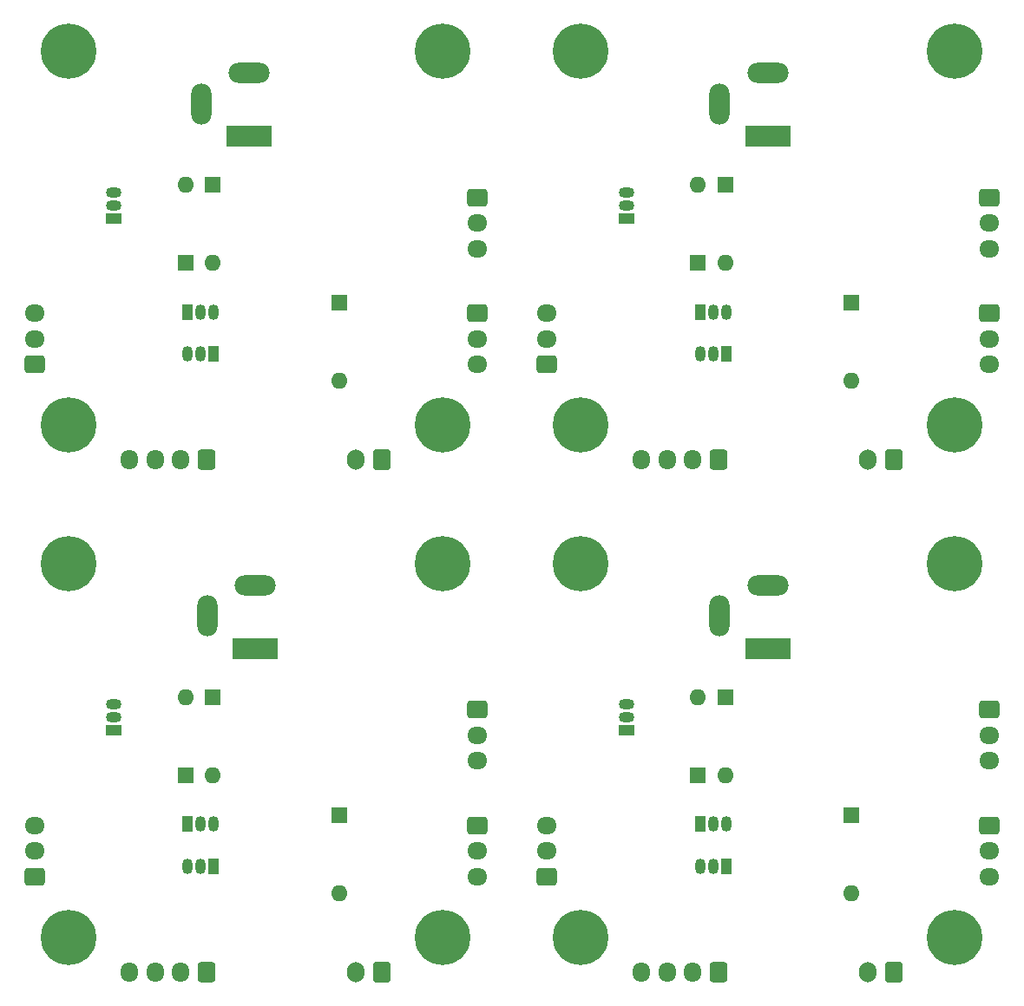
<source format=gbr>
%TF.GenerationSoftware,KiCad,Pcbnew,8.0.3*%
%TF.CreationDate,2025-04-01T20:28:11+03:00*%
%TF.ProjectId,DST-2,4453542d-322e-46b6-9963-61645f706362,rev?*%
%TF.SameCoordinates,Original*%
%TF.FileFunction,Soldermask,Bot*%
%TF.FilePolarity,Negative*%
%FSLAX46Y46*%
G04 Gerber Fmt 4.6, Leading zero omitted, Abs format (unit mm)*
G04 Created by KiCad (PCBNEW 8.0.3) date 2025-04-01 20:28:11*
%MOMM*%
%LPD*%
G01*
G04 APERTURE LIST*
G04 Aperture macros list*
%AMRoundRect*
0 Rectangle with rounded corners*
0 $1 Rounding radius*
0 $2 $3 $4 $5 $6 $7 $8 $9 X,Y pos of 4 corners*
0 Add a 4 corners polygon primitive as box body*
4,1,4,$2,$3,$4,$5,$6,$7,$8,$9,$2,$3,0*
0 Add four circle primitives for the rounded corners*
1,1,$1+$1,$2,$3*
1,1,$1+$1,$4,$5*
1,1,$1+$1,$6,$7*
1,1,$1+$1,$8,$9*
0 Add four rect primitives between the rounded corners*
20,1,$1+$1,$2,$3,$4,$5,0*
20,1,$1+$1,$4,$5,$6,$7,0*
20,1,$1+$1,$6,$7,$8,$9,0*
20,1,$1+$1,$8,$9,$2,$3,0*%
G04 Aperture macros list end*
%ADD10R,1.600000X1.600000*%
%ADD11O,1.600000X1.600000*%
%ADD12R,4.500000X2.000000*%
%ADD13O,4.000000X2.000000*%
%ADD14O,2.000000X4.000000*%
%ADD15RoundRect,0.250000X-0.725000X0.600000X-0.725000X-0.600000X0.725000X-0.600000X0.725000X0.600000X0*%
%ADD16O,1.950000X1.700000*%
%ADD17RoundRect,0.250000X0.600000X0.750000X-0.600000X0.750000X-0.600000X-0.750000X0.600000X-0.750000X0*%
%ADD18O,1.700000X2.000000*%
%ADD19C,0.800000*%
%ADD20C,5.400000*%
%ADD21O,1.500000X1.050000*%
%ADD22R,1.500000X1.050000*%
%ADD23RoundRect,0.250000X0.725000X-0.600000X0.725000X0.600000X-0.725000X0.600000X-0.725000X-0.600000X0*%
%ADD24O,1.050000X1.500000*%
%ADD25R,1.050000X1.500000*%
%ADD26O,1.700000X1.950000*%
%ADD27RoundRect,0.250000X0.600000X0.725000X-0.600000X0.725000X-0.600000X-0.725000X0.600000X-0.725000X0*%
G04 APERTURE END LIST*
D10*
%TO.C,D1*%
X182775000Y-121340000D03*
D11*
X182775000Y-128960000D03*
%TD*%
D10*
%TO.C,D2*%
X170425000Y-59840000D03*
D11*
X170425000Y-67460000D03*
%TD*%
D12*
%TO.C,J1*%
X124000000Y-55100000D03*
D13*
X124000000Y-48900000D03*
D14*
X119300000Y-51900000D03*
%TD*%
D15*
%TO.C,J5*%
X196206891Y-61043109D03*
D16*
X196206891Y-63543109D03*
X196206891Y-66043109D03*
%TD*%
D15*
%TO.C,J5*%
X146231891Y-61043109D03*
D16*
X146231891Y-63543109D03*
X146231891Y-66043109D03*
%TD*%
D10*
%TO.C,D1*%
X182775000Y-71340000D03*
D11*
X182775000Y-78960000D03*
%TD*%
D10*
%TO.C,D3*%
X167775000Y-117460000D03*
D11*
X167775000Y-109840000D03*
%TD*%
D12*
%TO.C,J1*%
X174600000Y-105100000D03*
D13*
X174600000Y-98900000D03*
D14*
X169900000Y-101900000D03*
%TD*%
D17*
%TO.C,J3*%
X136900000Y-86650000D03*
D18*
X134400000Y-86650000D03*
%TD*%
D19*
%TO.C,REF\u002A\u002A*%
X144875000Y-133300000D03*
X144281891Y-134731891D03*
X144281891Y-131868109D03*
X142850000Y-135325000D03*
D20*
X142850000Y-133300000D03*
D19*
X142850000Y-131275000D03*
X141418109Y-134731891D03*
X141418109Y-131868109D03*
X140825000Y-133300000D03*
%TD*%
D15*
%TO.C,J4*%
X146231891Y-72343109D03*
D16*
X146231891Y-74843109D03*
X146231891Y-77343109D03*
%TD*%
D21*
%TO.C,Q3*%
X110800000Y-110550000D03*
X110800000Y-111820000D03*
D22*
X110800000Y-113090000D03*
%TD*%
D20*
%TO.C,8*%
X156325000Y-46800000D03*
%TD*%
D19*
%TO.C,REF\u002A\u002A7*%
X104325000Y-46800000D03*
X104918109Y-45368109D03*
X104918109Y-48231891D03*
X106350000Y-44775000D03*
D20*
X106350000Y-46800000D03*
D19*
X106350000Y-48825000D03*
X107781891Y-45368109D03*
X107781891Y-48231891D03*
X108375000Y-46800000D03*
%TD*%
D23*
%TO.C,J6*%
X153006891Y-77343109D03*
D16*
X153006891Y-74843109D03*
X153006891Y-72343109D03*
%TD*%
%TO.C,J5*%
X146231891Y-116043109D03*
X146231891Y-113543109D03*
D15*
X146231891Y-111043109D03*
%TD*%
D10*
%TO.C,D2*%
X120450000Y-59840000D03*
D11*
X120450000Y-67460000D03*
%TD*%
D20*
%TO.C,2*%
X156325000Y-96800000D03*
%TD*%
D19*
%TO.C,REF\u002A\u002A8*%
X140825000Y-46800000D03*
X141418109Y-45368109D03*
X141418109Y-48231891D03*
X142850000Y-44775000D03*
D20*
X142850000Y-46800000D03*
D19*
X142850000Y-48825000D03*
X144281891Y-45368109D03*
X144281891Y-48231891D03*
X144875000Y-46800000D03*
%TD*%
D18*
%TO.C,J3*%
X134400000Y-136650000D03*
D17*
X136900000Y-136650000D03*
%TD*%
D11*
%TO.C,D3*%
X117800000Y-109840000D03*
D10*
X117800000Y-117460000D03*
%TD*%
D19*
%TO.C,REF\u002A\u002A*%
X108375000Y-96800000D03*
X107781891Y-98231891D03*
X107781891Y-95368109D03*
X106350000Y-98825000D03*
D20*
X106350000Y-96800000D03*
D19*
X106350000Y-94775000D03*
X104918109Y-98231891D03*
X104918109Y-95368109D03*
X104325000Y-96800000D03*
%TD*%
D24*
%TO.C,Q2*%
X120540000Y-122250000D03*
X119270000Y-122250000D03*
D25*
X118000000Y-122250000D03*
%TD*%
D23*
%TO.C,J6*%
X103031891Y-77343109D03*
D16*
X103031891Y-74843109D03*
X103031891Y-72343109D03*
%TD*%
D19*
%TO.C,REF\u002A\u002A*%
X144875000Y-96800000D03*
X144281891Y-98231891D03*
X144281891Y-95368109D03*
X142850000Y-98825000D03*
D20*
X142850000Y-96800000D03*
D19*
X142850000Y-94775000D03*
X141418109Y-98231891D03*
X141418109Y-95368109D03*
X140825000Y-96800000D03*
%TD*%
D22*
%TO.C,Q3*%
X110800000Y-63090000D03*
D21*
X110800000Y-61820000D03*
X110800000Y-60550000D03*
%TD*%
D19*
%TO.C,REF\u002A\u002A6*%
X140825000Y-83300000D03*
X141418109Y-81868109D03*
X141418109Y-84731891D03*
X142850000Y-81275000D03*
D20*
X142850000Y-83300000D03*
D19*
X142850000Y-85325000D03*
X144281891Y-81868109D03*
X144281891Y-84731891D03*
X144875000Y-83300000D03*
%TD*%
D20*
%TO.C,*%
X106350000Y-96800000D03*
%TD*%
D17*
%TO.C,J3*%
X186875000Y-86650000D03*
D18*
X184375000Y-86650000D03*
%TD*%
D22*
%TO.C,Q3*%
X160775000Y-63090000D03*
D21*
X160775000Y-61820000D03*
X160775000Y-60550000D03*
%TD*%
D10*
%TO.C,D1*%
X132800000Y-71340000D03*
D11*
X132800000Y-78960000D03*
%TD*%
D20*
%TO.C,3*%
X192825000Y-96800000D03*
%TD*%
D19*
%TO.C,REF\u002A\u002A9*%
X154300000Y-83300000D03*
X154893109Y-81868109D03*
X154893109Y-84731891D03*
X156325000Y-81275000D03*
D20*
X156325000Y-83300000D03*
D19*
X156325000Y-85325000D03*
X157756891Y-81868109D03*
X157756891Y-84731891D03*
X158350000Y-83300000D03*
%TD*%
D26*
%TO.C,J2*%
X112300000Y-136650000D03*
X114800000Y-136650000D03*
X117300000Y-136650000D03*
D27*
X119800000Y-136650000D03*
%TD*%
D25*
%TO.C,Q2*%
X118000000Y-72250000D03*
D24*
X119270000Y-72250000D03*
X120540000Y-72250000D03*
%TD*%
D20*
%TO.C,*%
X106350000Y-133300000D03*
%TD*%
D23*
%TO.C,J6*%
X153006891Y-127343109D03*
D16*
X153006891Y-124843109D03*
X153006891Y-122343109D03*
%TD*%
D24*
%TO.C,Q1*%
X118000000Y-126350000D03*
X119270000Y-126350000D03*
D25*
X120540000Y-126350000D03*
%TD*%
D10*
%TO.C,D3*%
X167775000Y-67460000D03*
D11*
X167775000Y-59840000D03*
%TD*%
D25*
%TO.C,Q1*%
X170515000Y-76350000D03*
D24*
X169245000Y-76350000D03*
X167975000Y-76350000D03*
%TD*%
D19*
%TO.C,REF\u002A\u002A3*%
X154300000Y-96800000D03*
X154893109Y-95368109D03*
X154893109Y-98231891D03*
X156325000Y-94775000D03*
D20*
X156325000Y-96800000D03*
D19*
X156325000Y-98825000D03*
X157756891Y-95368109D03*
X157756891Y-98231891D03*
X158350000Y-96800000D03*
%TD*%
D11*
%TO.C,D2*%
X120450000Y-117460000D03*
D10*
X120450000Y-109840000D03*
%TD*%
D20*
%TO.C,6*%
X142850000Y-46800000D03*
%TD*%
D19*
%TO.C,REF\u002A\u002A4*%
X190800000Y-96800000D03*
X191393109Y-95368109D03*
X191393109Y-98231891D03*
X192825000Y-94775000D03*
D20*
X192825000Y-96800000D03*
D19*
X192825000Y-98825000D03*
X194256891Y-95368109D03*
X194256891Y-98231891D03*
X194850000Y-96800000D03*
%TD*%
D25*
%TO.C,Q2*%
X167975000Y-122250000D03*
D24*
X169245000Y-122250000D03*
X170515000Y-122250000D03*
%TD*%
D25*
%TO.C,Q1*%
X170515000Y-126350000D03*
D24*
X169245000Y-126350000D03*
X167975000Y-126350000D03*
%TD*%
D27*
%TO.C,J2*%
X169775000Y-136650000D03*
D26*
X167275000Y-136650000D03*
X164775000Y-136650000D03*
X162275000Y-136650000D03*
%TD*%
D12*
%TO.C,J1*%
X174575000Y-55100000D03*
D13*
X174575000Y-48900000D03*
D14*
X169875000Y-51900000D03*
%TD*%
%TO.C,J1*%
X119900000Y-101900000D03*
D13*
X124600000Y-98900000D03*
D12*
X124600000Y-105100000D03*
%TD*%
D15*
%TO.C,J4*%
X196206891Y-72343109D03*
D16*
X196206891Y-74843109D03*
X196206891Y-77343109D03*
%TD*%
D27*
%TO.C,J2*%
X119800000Y-86650000D03*
D26*
X117300000Y-86650000D03*
X114800000Y-86650000D03*
X112300000Y-86650000D03*
%TD*%
D15*
%TO.C,J4*%
X196206891Y-122343109D03*
D16*
X196206891Y-124843109D03*
X196206891Y-127343109D03*
%TD*%
D20*
%TO.C,1*%
X156325000Y-133300000D03*
%TD*%
D19*
%TO.C,REF\u002A\u002A11*%
X154300000Y-46800000D03*
X154893109Y-45368109D03*
X154893109Y-48231891D03*
X156325000Y-44775000D03*
D20*
X156325000Y-46800000D03*
D19*
X156325000Y-48825000D03*
X157756891Y-45368109D03*
X157756891Y-48231891D03*
X158350000Y-46800000D03*
%TD*%
D17*
%TO.C,J3*%
X186875000Y-136650000D03*
D18*
X184375000Y-136650000D03*
%TD*%
D19*
%TO.C,REF\u002A\u002A1*%
X154300000Y-133300000D03*
X154893109Y-131868109D03*
X154893109Y-134731891D03*
X156325000Y-131275000D03*
D20*
X156325000Y-133300000D03*
D19*
X156325000Y-135325000D03*
X157756891Y-131868109D03*
X157756891Y-134731891D03*
X158350000Y-133300000D03*
%TD*%
%TO.C,REF\u002A\u002A12*%
X190800000Y-46800000D03*
X191393109Y-45368109D03*
X191393109Y-48231891D03*
X192825000Y-44775000D03*
D20*
X192825000Y-46800000D03*
D19*
X192825000Y-48825000D03*
X194256891Y-45368109D03*
X194256891Y-48231891D03*
X194850000Y-46800000D03*
%TD*%
D20*
%TO.C,4*%
X106350000Y-83300000D03*
%TD*%
D19*
%TO.C,REF\u002A\u002A2*%
X190800000Y-133300000D03*
X191393109Y-131868109D03*
X191393109Y-134731891D03*
X192825000Y-131275000D03*
D20*
X192825000Y-133300000D03*
D19*
X192825000Y-135325000D03*
X194256891Y-131868109D03*
X194256891Y-134731891D03*
X194850000Y-133300000D03*
%TD*%
D22*
%TO.C,Q3*%
X160775000Y-113090000D03*
D21*
X160775000Y-111820000D03*
X160775000Y-110550000D03*
%TD*%
D15*
%TO.C,J5*%
X196206891Y-111043109D03*
D16*
X196206891Y-113543109D03*
X196206891Y-116043109D03*
%TD*%
D19*
%TO.C,REF\u002A\u002A10*%
X190800000Y-83300000D03*
X191393109Y-81868109D03*
X191393109Y-84731891D03*
X192825000Y-81275000D03*
D20*
X192825000Y-83300000D03*
D19*
X192825000Y-85325000D03*
X194256891Y-81868109D03*
X194256891Y-84731891D03*
X194850000Y-83300000D03*
%TD*%
D16*
%TO.C,J6*%
X103031891Y-122343109D03*
X103031891Y-124843109D03*
D23*
X103031891Y-127343109D03*
%TD*%
D27*
%TO.C,J2*%
X169775000Y-86650000D03*
D26*
X167275000Y-86650000D03*
X164775000Y-86650000D03*
X162275000Y-86650000D03*
%TD*%
D25*
%TO.C,Q2*%
X167975000Y-72250000D03*
D24*
X169245000Y-72250000D03*
X170515000Y-72250000D03*
%TD*%
D10*
%TO.C,D2*%
X170425000Y-109840000D03*
D11*
X170425000Y-117460000D03*
%TD*%
D10*
%TO.C,D3*%
X117800000Y-67460000D03*
D11*
X117800000Y-59840000D03*
%TD*%
D19*
%TO.C,REF\u002A\u002A5*%
X104325000Y-83300000D03*
X104918109Y-81868109D03*
X104918109Y-84731891D03*
X106350000Y-81275000D03*
D20*
X106350000Y-83300000D03*
D19*
X106350000Y-85325000D03*
X107781891Y-81868109D03*
X107781891Y-84731891D03*
X108375000Y-83300000D03*
%TD*%
D20*
%TO.C,9*%
X192825000Y-46800000D03*
%TD*%
D16*
%TO.C,J4*%
X146231891Y-127343109D03*
X146231891Y-124843109D03*
D15*
X146231891Y-122343109D03*
%TD*%
D20*
%TO.C,5*%
X106350000Y-46800000D03*
%TD*%
D19*
%TO.C,REF\u002A\u002A*%
X108375000Y-133300000D03*
X107781891Y-134731891D03*
X107781891Y-131868109D03*
X106350000Y-135325000D03*
D20*
X106350000Y-133300000D03*
D19*
X106350000Y-131275000D03*
X104918109Y-134731891D03*
X104918109Y-131868109D03*
X104325000Y-133300000D03*
%TD*%
D20*
%TO.C,*%
X142850000Y-96800000D03*
%TD*%
D11*
%TO.C,D1*%
X132800000Y-128960000D03*
D10*
X132800000Y-121340000D03*
%TD*%
D25*
%TO.C,Q1*%
X120540000Y-76350000D03*
D24*
X119270000Y-76350000D03*
X118000000Y-76350000D03*
%TD*%
D20*
%TO.C,7*%
X156325000Y-83300000D03*
%TD*%
M02*

</source>
